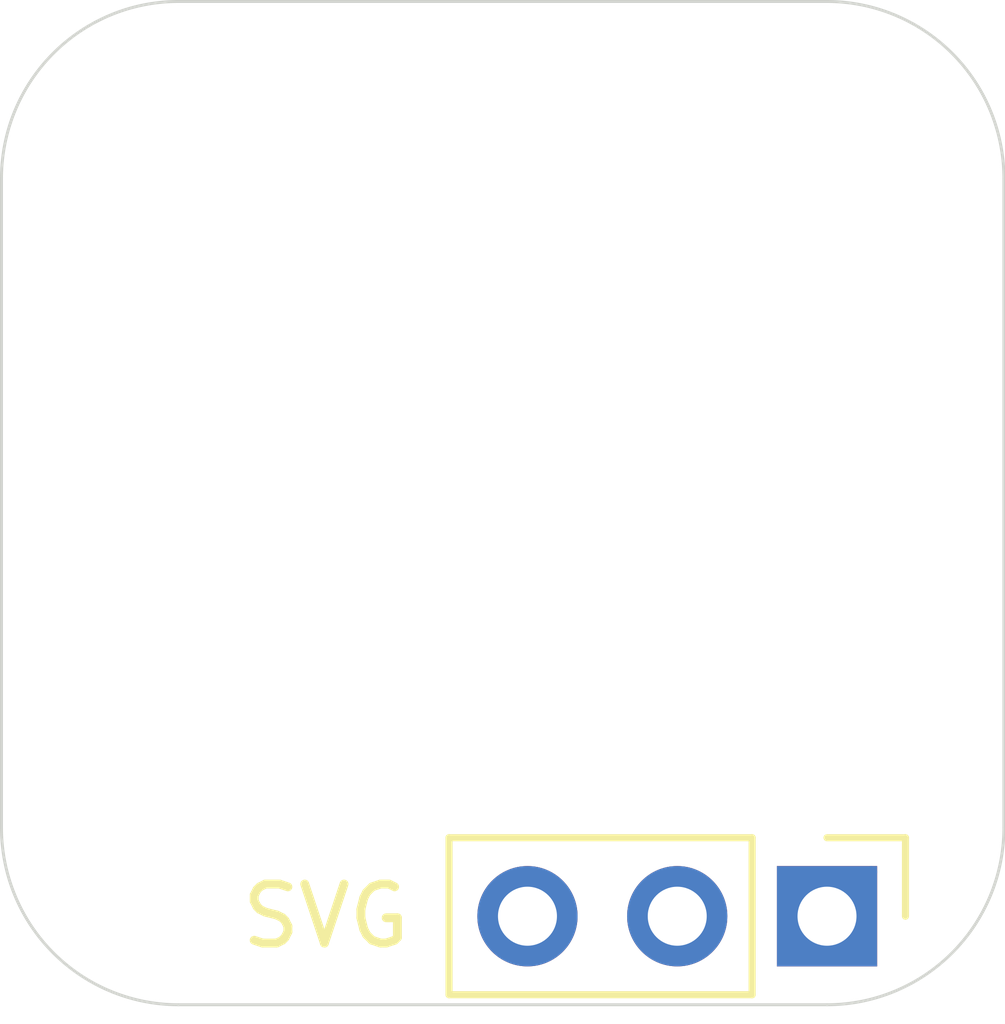
<source format=kicad_pcb>
(kicad_pcb (version 20240108) (generator "pcbnew") (generator_version "8.0")
  (layers (0 "F.Cu" signal) (31 "B.Cu" signal) (34 "B.Paste" user) (35 "F.Paste" user) (36 "B.SilkS" user "B.Silkscreen") (37 "F.SilkS" user "F.Silkscreen") (38 "B.Mask" user) (39 "F.Mask" user) (44 "Edge.Cuts" user))
  (net 0 "")
  (net 1 "/SIGNAL")
  (net 3 "/GND")
  (footprint "Connector_PinHeader_2.54mm:PinHeader_1x03_P2.54mm_Vertical" (layer "F.Cu") (at 111.5 62.5 -90)
    (property "Reference" "SVG" (at 0 8.5 0) (layer "F.SilkS"))
    (property "Value" "Conn_01x03_Pin")
    (fp_line (start -1.33 6.41) (end 1.33 6.41) (stroke (width 0.12)) (layer "F.SilkS"))
    (fp_line (start -1.33 1.27) (end -1.33 6.41) (stroke (width 0.12)) (layer "F.SilkS"))
    (fp_line (start -1.33 1.27) (end 1.33 1.27) (stroke (width 0.12)) (layer "F.SilkS"))
    (fp_line (start 1.33 1.27) (end 1.33 6.41) (stroke (width 0.12)) (layer "F.SilkS"))
    (fp_line (start -1.33 0) (end -1.33 -1.33) (stroke (width 0.12)) (layer "F.SilkS"))
    (fp_line (start -1.33 -1.33) (end 0 -1.33) (stroke (width 0.12)) (layer "F.SilkS"))
    (pad "1" thru_hole rect (at 0 0 270) (size 1.7 1.7) (drill 1) (layers "*.Cu" "*.Mask") (net 3 "/GND"))
    (pad "2" thru_hole oval (at 0 2.54 270) (size 1.7 1.7) (drill 1) (layers "*.Cu" "*.Mask"))
    (pad "3" thru_hole oval (at 0 5.08 270) (size 1.7 1.7) (drill 1) (layers "*.Cu" "*.Mask") (net 1 "/SIGNAL"))
  )
  (gr_line (start 100.5 64) (end 111.5 64) (stroke (width 0.05)) (layer "Edge.Cuts"))
  (gr_line (start 97.5 50) (end 97.5 61) (stroke (width 0.05)) (layer "Edge.Cuts"))
  (gr_line (start 114.5 50) (end 114.5 61) (stroke (width 0.05)) (layer "Edge.Cuts"))
  (gr_arc (start 97.5 50) (mid 98.37868 47.87868) (end 100.5 47) (stroke (width 0.05)) (layer "Edge.Cuts"))
  (gr_arc (start 111.5 47) (mid 113.62132 47.87868) (end 114.5 50) (stroke (width 0.05)) (layer "Edge.Cuts"))
  (gr_line (start 100.5 47) (end 111.5 47) (stroke (width 0.05)) (layer "Edge.Cuts"))
  (gr_arc (start 114.5 61) (mid 113.62132 63.12132) (end 111.5 64) (stroke (width 0.05)) (layer "Edge.Cuts"))
  (gr_arc (start 100.5 64) (mid 98.37868 63.12132) (end 97.5 61) (stroke (width 0.05)) (layer "Edge.Cuts"))
  (segment (start 112.25 61.75) (end 111.5 62.5) (width 0.2) (layer "B.Cu") (net 3))
)
</source>
